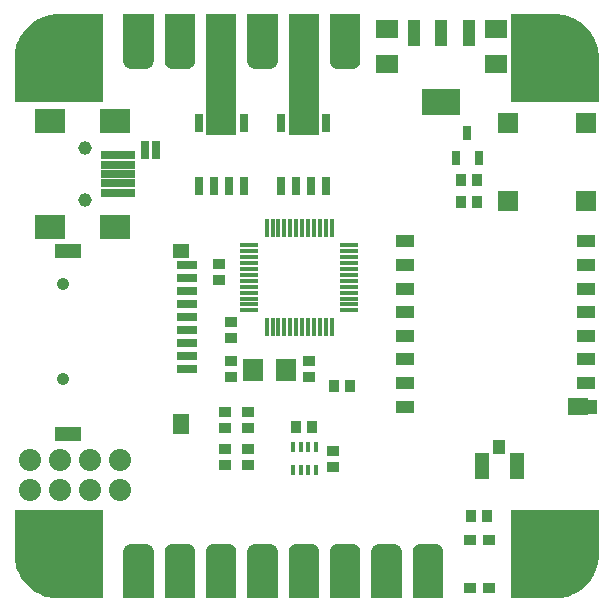
<source format=gbr>
%TF.GenerationSoftware,Altium Limited,Altium Designer,23.11.1 (41)*%
G04 Layer_Color=8388736*
%FSLAX45Y45*%
%MOMM*%
%TF.SameCoordinates,A167E3D1-D2EE-47D6-BB63-3A09D1C29133*%
%TF.FilePolarity,Negative*%
%TF.FileFunction,Soldermask,Top*%
%TF.Part,Single*%
G01*
G75*
%TA.AperFunction,SMDPad,CuDef*%
%ADD56R,1.07000X0.97000*%
%ADD57R,0.77000X1.57000*%
%ADD58R,3.32000X2.22000*%
%ADD59R,1.02000X2.22000*%
%TA.AperFunction,ConnectorPad*%
%ADD60R,1.67000X0.77000*%
%ADD61R,2.27000X1.27000*%
%ADD62R,1.47000X1.67000*%
%ADD63R,1.47000X1.27000*%
%TA.AperFunction,SMDPad,CuDef*%
%ADD64R,0.37000X1.52000*%
%ADD65R,1.52000X0.37000*%
%ADD66R,1.67000X1.87000*%
%ADD67R,1.07000X0.97000*%
%TA.AperFunction,ConnectorPad*%
%ADD68R,1.60580X1.07000*%
%TA.AperFunction,SMDPad,CuDef*%
%ADD69R,0.67000X1.62000*%
%ADD70R,0.42000X0.97000*%
%ADD71R,2.97000X0.67000*%
%ADD72R,2.57000X2.07000*%
%ADD73R,1.12000X1.17000*%
%ADD74R,1.17000X2.32000*%
%ADD75R,0.97000X1.07000*%
%ADD76R,0.67000X1.30000*%
%ADD77R,1.82000X1.82000*%
%ADD78R,1.82000X1.82000*%
%ADD79R,1.87000X1.57000*%
%TA.AperFunction,ComponentPad*%
%ADD80C,1.87000*%
%TA.AperFunction,ViaPad*%
%ADD81C,1.87000*%
%TA.AperFunction,ComponentPad*%
%ADD82C,1.07000*%
%ADD83C,1.17000*%
%TA.AperFunction,WasherPad*%
%ADD84C,0.07000*%
%TA.AperFunction,ViaPad*%
%ADD85C,1.07000*%
G36*
X770000Y4973517D02*
X770686Y4973450D01*
X771346Y4973249D01*
X771954Y4972924D01*
X772487Y4972487D01*
X772924Y4971954D01*
X773249Y4971346D01*
X773450Y4970686D01*
X773517Y4970000D01*
Y4230000D01*
X773450Y4229314D01*
X773249Y4228654D01*
X772924Y4228046D01*
X772487Y4227513D01*
X771954Y4227076D01*
X771346Y4226750D01*
X770686Y4226550D01*
X770000Y4226483D01*
X30000D01*
X29314Y4226550D01*
X28654Y4226750D01*
X28046Y4227076D01*
X27513Y4227513D01*
X27076Y4228046D01*
X26751Y4228654D01*
X26550Y4229314D01*
X26483Y4230000D01*
X26483Y4600000D01*
X26484Y4600003D01*
X26483Y4612113D01*
X26495Y4612228D01*
X26491Y4612343D01*
X28075Y4636516D01*
X28094Y4636629D01*
X28098Y4636745D01*
X31260Y4660763D01*
X31286Y4660875D01*
X31297Y4660990D01*
X36023Y4684749D01*
X36057Y4684860D01*
X36076Y4684974D01*
X42346Y4708373D01*
X42386Y4708481D01*
X42412Y4708594D01*
X50199Y4731533D01*
X50247Y4731638D01*
X50280Y4731748D01*
X59551Y4754129D01*
X59605Y4754232D01*
X59646Y4754339D01*
X70360Y4776066D01*
X70421Y4776164D01*
X70469Y4776269D01*
X82581Y4797248D01*
X82649Y4797342D01*
X82703Y4797444D01*
X96162Y4817587D01*
X96234Y4817675D01*
X96295Y4817773D01*
X111043Y4836993D01*
X111122Y4837077D01*
X111189Y4837170D01*
X127162Y4855384D01*
X127246Y4855463D01*
X127319Y4855552D01*
X144449Y4872682D01*
X144537Y4872754D01*
X144617Y4872839D01*
X162830Y4888812D01*
X162924Y4888879D01*
X163008Y4888958D01*
X182227Y4903705D01*
X182325Y4903766D01*
X182414Y4903839D01*
X202557Y4917298D01*
X202657Y4917352D01*
X202752Y4917419D01*
X223731Y4929532D01*
X223836Y4929579D01*
X223934Y4929640D01*
X245661Y4940355D01*
X245769Y4940395D01*
X245871Y4940450D01*
X268252Y4949720D01*
X268363Y4949754D01*
X268467Y4949801D01*
X291407Y4957588D01*
X291519Y4957614D01*
X291627Y4957655D01*
X315027Y4963925D01*
X315140Y4963944D01*
X315251Y4963977D01*
X339011Y4968704D01*
X339125Y4968715D01*
X339238Y4968741D01*
X363256Y4971903D01*
X363372Y4971907D01*
X363485Y4971926D01*
X387658Y4973510D01*
X387772Y4973506D01*
X387888Y4973518D01*
X400000D01*
X770000Y4973517D01*
D02*
G37*
G36*
X2950686Y4973450D02*
X2951346Y4973250D01*
X2951954Y4972925D01*
X2952487Y4972487D01*
X2952924Y4971954D01*
X2953250Y4971346D01*
X2953450Y4970686D01*
X2953517Y4970000D01*
Y4577500D01*
Y4573404D01*
X2953494Y4573173D01*
X2953487Y4572945D01*
X2952418Y4564822D01*
X2952365Y4564596D01*
X2952328Y4564371D01*
X2950207Y4556457D01*
X2950127Y4556242D01*
X2950060Y4556021D01*
X2946924Y4548452D01*
X2946816Y4548249D01*
X2946721Y4548039D01*
X2942624Y4540944D01*
X2942491Y4540757D01*
X2942369Y4540561D01*
X2937381Y4534062D01*
X2937223Y4533893D01*
X2937078Y4533716D01*
X2931285Y4527923D01*
X2931107Y4527777D01*
X2930939Y4527619D01*
X2924439Y4522632D01*
X2924245Y4522511D01*
X2924056Y4522376D01*
X2916961Y4518280D01*
X2916751Y4518185D01*
X2916548Y4518076D01*
X2908979Y4514941D01*
X2908757Y4514873D01*
X2908544Y4514793D01*
X2900630Y4512672D01*
X2900402Y4512635D01*
X2900179Y4512583D01*
X2892056Y4511513D01*
X2891827Y4511506D01*
X2891596Y4511483D01*
X2758404D01*
X2758173Y4511506D01*
X2757945Y4511513D01*
X2749822Y4512583D01*
X2749596Y4512635D01*
X2749371Y4512672D01*
X2741457Y4514793D01*
X2741242Y4514874D01*
X2741021Y4514941D01*
X2733452Y4518076D01*
X2733250Y4518184D01*
X2733039Y4518280D01*
X2725944Y4522376D01*
X2725758Y4522510D01*
X2725561Y4522632D01*
X2719062Y4527619D01*
X2718893Y4527778D01*
X2718716Y4527923D01*
X2712923Y4533716D01*
X2712777Y4533894D01*
X2712619Y4534062D01*
X2707632Y4540562D01*
X2707511Y4540756D01*
X2707376Y4540944D01*
X2703280Y4548039D01*
X2703185Y4548249D01*
X2703076Y4548452D01*
X2699941Y4556021D01*
X2699873Y4556243D01*
X2699793Y4556457D01*
X2697673Y4564371D01*
X2697635Y4564598D01*
X2697583Y4564822D01*
X2696513Y4572945D01*
X2696506Y4573173D01*
X2696483Y4573404D01*
Y4577500D01*
Y4577500D01*
Y4970000D01*
X2696551Y4970686D01*
X2696751Y4971346D01*
X2697076Y4971954D01*
X2697513Y4972487D01*
X2698046Y4972925D01*
X2698654Y4973250D01*
X2699314Y4973450D01*
X2700000Y4973517D01*
X2950000D01*
X2950686Y4973450D01*
D02*
G37*
G36*
X2250686D02*
X2251346Y4973250D01*
X2251954Y4972925D01*
X2252487Y4972487D01*
X2252924Y4971954D01*
X2253249Y4971346D01*
X2253450Y4970686D01*
X2253517Y4970000D01*
Y4577500D01*
Y4573404D01*
X2253494Y4573173D01*
X2253487Y4572945D01*
X2252418Y4564822D01*
X2252365Y4564596D01*
X2252328Y4564371D01*
X2250207Y4556457D01*
X2250127Y4556242D01*
X2250060Y4556021D01*
X2246924Y4548452D01*
X2246816Y4548249D01*
X2246721Y4548039D01*
X2242624Y4540944D01*
X2242491Y4540757D01*
X2242369Y4540561D01*
X2237381Y4534062D01*
X2237223Y4533893D01*
X2237078Y4533716D01*
X2231285Y4527923D01*
X2231107Y4527777D01*
X2230939Y4527619D01*
X2224439Y4522632D01*
X2224244Y4522511D01*
X2224056Y4522376D01*
X2216961Y4518280D01*
X2216751Y4518185D01*
X2216548Y4518076D01*
X2208979Y4514941D01*
X2208757Y4514873D01*
X2208543Y4514793D01*
X2200630Y4512672D01*
X2200402Y4512635D01*
X2200178Y4512583D01*
X2192056Y4511513D01*
X2191827Y4511506D01*
X2191596Y4511483D01*
X2058404D01*
X2058173Y4511506D01*
X2057945Y4511513D01*
X2049822Y4512583D01*
X2049596Y4512635D01*
X2049371Y4512672D01*
X2041457Y4514793D01*
X2041242Y4514874D01*
X2041021Y4514941D01*
X2033452Y4518076D01*
X2033249Y4518184D01*
X2033039Y4518280D01*
X2025944Y4522376D01*
X2025757Y4522510D01*
X2025561Y4522632D01*
X2019061Y4527619D01*
X2018893Y4527778D01*
X2018716Y4527923D01*
X2012923Y4533716D01*
X2012777Y4533894D01*
X2012619Y4534062D01*
X2007631Y4540562D01*
X2007511Y4540756D01*
X2007376Y4540944D01*
X2003279Y4548039D01*
X2003184Y4548249D01*
X2003076Y4548452D01*
X1999941Y4556021D01*
X1999873Y4556243D01*
X1999793Y4556457D01*
X1997672Y4564371D01*
X1997635Y4564598D01*
X1997583Y4564822D01*
X1996513Y4572945D01*
X1996506Y4573173D01*
X1996483Y4573404D01*
Y4577500D01*
Y4577500D01*
Y4970000D01*
X1996550Y4970686D01*
X1996751Y4971346D01*
X1997076Y4971954D01*
X1997513Y4972487D01*
X1998046Y4972925D01*
X1998654Y4973250D01*
X1999314Y4973450D01*
X2000000Y4973517D01*
X2250000D01*
X2250686Y4973450D01*
D02*
G37*
G36*
X1550686D02*
X1551346Y4973250D01*
X1551954Y4972925D01*
X1552487Y4972487D01*
X1552925Y4971954D01*
X1553250Y4971346D01*
X1553450Y4970686D01*
X1553517Y4970000D01*
Y4577500D01*
Y4573404D01*
X1553494Y4573173D01*
X1553487Y4572945D01*
X1552418Y4564822D01*
X1552365Y4564596D01*
X1552328Y4564371D01*
X1550207Y4556457D01*
X1550127Y4556242D01*
X1550060Y4556021D01*
X1546924Y4548452D01*
X1546816Y4548249D01*
X1546721Y4548039D01*
X1542624Y4540944D01*
X1542491Y4540757D01*
X1542369Y4540561D01*
X1537381Y4534062D01*
X1537223Y4533893D01*
X1537078Y4533716D01*
X1531285Y4527923D01*
X1531107Y4527777D01*
X1530939Y4527619D01*
X1524439Y4522632D01*
X1524245Y4522511D01*
X1524056Y4522376D01*
X1516961Y4518280D01*
X1516751Y4518185D01*
X1516548Y4518076D01*
X1508979Y4514941D01*
X1508757Y4514873D01*
X1508544Y4514793D01*
X1500630Y4512672D01*
X1500402Y4512635D01*
X1500179Y4512583D01*
X1492056Y4511513D01*
X1491827Y4511506D01*
X1491596Y4511483D01*
X1358404D01*
X1358173Y4511506D01*
X1357945Y4511513D01*
X1349822Y4512583D01*
X1349596Y4512635D01*
X1349371Y4512672D01*
X1341457Y4514793D01*
X1341242Y4514874D01*
X1341021Y4514941D01*
X1333452Y4518076D01*
X1333250Y4518184D01*
X1333039Y4518280D01*
X1325944Y4522376D01*
X1325758Y4522510D01*
X1325561Y4522632D01*
X1319062Y4527619D01*
X1318893Y4527778D01*
X1318716Y4527923D01*
X1312923Y4533716D01*
X1312777Y4533894D01*
X1312619Y4534062D01*
X1307632Y4540562D01*
X1307511Y4540756D01*
X1307376Y4540944D01*
X1303280Y4548039D01*
X1303185Y4548249D01*
X1303076Y4548452D01*
X1299941Y4556021D01*
X1299873Y4556243D01*
X1299793Y4556457D01*
X1297673Y4564371D01*
X1297635Y4564598D01*
X1297583Y4564822D01*
X1296513Y4572945D01*
X1296506Y4573173D01*
X1296483Y4573404D01*
Y4577500D01*
Y4577500D01*
Y4970000D01*
X1296551Y4970686D01*
X1296751Y4971346D01*
X1297076Y4971954D01*
X1297513Y4972487D01*
X1298046Y4972925D01*
X1298654Y4973250D01*
X1299314Y4973450D01*
X1300000Y4973517D01*
X1550000D01*
X1550686Y4973450D01*
D02*
G37*
G36*
X1200687D02*
X1201347Y4973250D01*
X1201955Y4972925D01*
X1202488Y4972487D01*
X1202925Y4971954D01*
X1203250Y4971346D01*
X1203450Y4970686D01*
X1203518Y4970000D01*
X1203517Y4577500D01*
Y4573404D01*
X1203494Y4573173D01*
X1203487Y4572945D01*
X1202418Y4564822D01*
X1202365Y4564596D01*
X1202328Y4564371D01*
X1200207Y4556457D01*
X1200127Y4556242D01*
X1200060Y4556021D01*
X1196924Y4548452D01*
X1196816Y4548249D01*
X1196721Y4548039D01*
X1192624Y4540944D01*
X1192491Y4540757D01*
X1192369Y4540561D01*
X1187381Y4534062D01*
X1187223Y4533893D01*
X1187078Y4533716D01*
X1181285Y4527923D01*
X1181107Y4527777D01*
X1180939Y4527619D01*
X1174439Y4522632D01*
X1174245Y4522511D01*
X1174056Y4522376D01*
X1166961Y4518280D01*
X1166751Y4518185D01*
X1166548Y4518076D01*
X1158979Y4514941D01*
X1158757Y4514873D01*
X1158544Y4514793D01*
X1150630Y4512672D01*
X1150402Y4512635D01*
X1150179Y4512583D01*
X1142056Y4511513D01*
X1141827Y4511506D01*
X1141596Y4511483D01*
X1008404D01*
X1008173Y4511506D01*
X1007945Y4511513D01*
X999822Y4512583D01*
X999596Y4512635D01*
X999371Y4512672D01*
X991457Y4514793D01*
X991242Y4514874D01*
X991021Y4514941D01*
X983452Y4518076D01*
X983249Y4518184D01*
X983039Y4518280D01*
X975944Y4522376D01*
X975758Y4522510D01*
X975561Y4522632D01*
X969062Y4527619D01*
X968893Y4527778D01*
X968716Y4527923D01*
X962923Y4533716D01*
X962777Y4533894D01*
X962619Y4534062D01*
X957632Y4540562D01*
X957511Y4540756D01*
X957376Y4540944D01*
X953280Y4548039D01*
X953185Y4548249D01*
X953076Y4548452D01*
X949941Y4556021D01*
X949873Y4556243D01*
X949793Y4556457D01*
X947672Y4564371D01*
X947635Y4564598D01*
X947583Y4564822D01*
X946513Y4572945D01*
X946506Y4573173D01*
X946483Y4573404D01*
Y4577500D01*
Y4577500D01*
D01*
X946484Y4970000D01*
X946551Y4970686D01*
X946751Y4971346D01*
X947077Y4971954D01*
X947514Y4972487D01*
X948047Y4972925D01*
X948655Y4973250D01*
X949315Y4973450D01*
X950001Y4973517D01*
X1200001D01*
X1200687Y4973450D01*
D02*
G37*
G36*
X4600000Y4973517D02*
X4600003Y4973516D01*
X4612113Y4973517D01*
X4612228Y4973505D01*
X4612343Y4973509D01*
X4636516Y4971925D01*
X4636629Y4971906D01*
X4636745Y4971902D01*
X4660763Y4968740D01*
X4660875Y4968714D01*
X4660990Y4968703D01*
X4684749Y4963977D01*
X4684860Y4963943D01*
X4684974Y4963924D01*
X4708373Y4957654D01*
X4708481Y4957614D01*
X4708594Y4957587D01*
X4731533Y4949801D01*
X4731638Y4949753D01*
X4731748Y4949720D01*
X4754129Y4940449D01*
X4754232Y4940394D01*
X4754339Y4940354D01*
X4776066Y4929640D01*
X4776164Y4929579D01*
X4776269Y4929531D01*
X4797248Y4917419D01*
X4797342Y4917351D01*
X4797444Y4917297D01*
X4817587Y4903838D01*
X4817675Y4903766D01*
X4817773Y4903704D01*
X4836993Y4888957D01*
X4837077Y4888878D01*
X4837170Y4888811D01*
X4855384Y4872838D01*
X4855463Y4872754D01*
X4855552Y4872681D01*
X4872682Y4855551D01*
X4872754Y4855463D01*
X4872839Y4855383D01*
X4888812Y4837170D01*
X4888879Y4837076D01*
X4888958Y4836992D01*
X4903705Y4817773D01*
X4903766Y4817675D01*
X4903839Y4817586D01*
X4917298Y4797443D01*
X4917352Y4797343D01*
X4917419Y4797248D01*
X4929532Y4776269D01*
X4929579Y4776163D01*
X4929640Y4776066D01*
X4940355Y4754338D01*
X4940395Y4754231D01*
X4940450Y4754129D01*
X4949720Y4731748D01*
X4949754Y4731637D01*
X4949801Y4731533D01*
X4957588Y4708593D01*
X4957614Y4708481D01*
X4957655Y4708373D01*
X4963925Y4684973D01*
X4963944Y4684860D01*
X4963977Y4684749D01*
X4968704Y4660989D01*
X4968715Y4660875D01*
X4968741Y4660762D01*
X4971903Y4636744D01*
X4971907Y4636628D01*
X4971926Y4636515D01*
X4973510Y4612342D01*
X4973506Y4612228D01*
X4973518Y4612112D01*
Y4600000D01*
X4973517Y4230000D01*
X4973450Y4229314D01*
X4973249Y4228654D01*
X4972924Y4228046D01*
X4972487Y4227513D01*
X4971954Y4227076D01*
X4971346Y4226750D01*
X4970686Y4226550D01*
X4970000Y4226483D01*
X4230000D01*
X4229314Y4226550D01*
X4228654Y4226750D01*
X4228046Y4227076D01*
X4227513Y4227513D01*
X4227076Y4228046D01*
X4226750Y4228654D01*
X4226550Y4229314D01*
X4226483Y4230000D01*
Y4970000D01*
X4226550Y4970686D01*
X4226750Y4971346D01*
X4227076Y4971954D01*
X4227513Y4972487D01*
X4228046Y4972924D01*
X4228654Y4973249D01*
X4229314Y4973450D01*
X4230000Y4973517D01*
X4600000Y4973517D01*
D02*
G37*
G36*
X2600687Y4973450D02*
X2601347Y4973250D01*
X2601955Y4972925D01*
X2602488Y4972487D01*
X2602925Y4971954D01*
X2603250Y4971346D01*
X2603450Y4970686D01*
X2603518Y4970000D01*
X2603517Y4577500D01*
Y4573404D01*
D01*
X2603516Y3957205D01*
X2603448Y3956519D01*
X2603327Y3956119D01*
X2603249Y3955860D01*
X2603248Y3955859D01*
D01*
X2602923Y3955251D01*
X2602486Y3954718D01*
X2602141Y3954435D01*
X2601953Y3954281D01*
X2601345Y3953956D01*
D01*
X2601345Y3953956D01*
X2601086Y3953877D01*
X2600685Y3953755D01*
X2599999Y3953688D01*
X2568500Y3953683D01*
X2568500D01*
X2568500D01*
X2381499Y3953693D01*
D01*
X2350000Y3953694D01*
X2349314Y3953761D01*
X2348654Y3953961D01*
X2348046Y3954286D01*
X2347513Y3954724D01*
X2347076Y3955257D01*
X2346751Y3955865D01*
X2346551Y3956525D01*
X2346483Y3957211D01*
Y4573404D01*
Y4577500D01*
Y4577500D01*
D01*
X2346484Y4970000D01*
X2346551Y4970686D01*
X2346751Y4971346D01*
X2347077Y4971954D01*
X2347514Y4972487D01*
X2348047Y4972925D01*
X2348655Y4973250D01*
X2349315Y4973450D01*
X2350001Y4973517D01*
X2600001D01*
X2600687Y4973450D01*
D02*
G37*
G36*
X1900687D02*
X1901347Y4973250D01*
X1901955Y4972925D01*
X1902488Y4972487D01*
X1902925Y4971954D01*
X1903250Y4971346D01*
X1903450Y4970686D01*
X1903518Y4970000D01*
X1903517Y4577503D01*
X1903517Y4577500D01*
X1903515Y3957200D01*
X1903448Y3956514D01*
X1903248Y3955854D01*
X1902923Y3955246D01*
X1902485Y3954713D01*
X1901952Y3954275D01*
X1901344Y3953950D01*
X1900684Y3953750D01*
X1899998Y3953682D01*
X1868500Y3953683D01*
X1681500Y3953686D01*
X1650000Y3953686D01*
X1649314Y3953754D01*
X1648654Y3953954D01*
X1648046Y3954279D01*
X1647513Y3954716D01*
X1647076Y3955249D01*
X1646751Y3955857D01*
X1646551Y3956517D01*
X1646483Y3957203D01*
Y4573401D01*
X1646483Y4573404D01*
Y4577500D01*
Y4577500D01*
D01*
X1646484Y4970000D01*
X1646551Y4970686D01*
X1646751Y4971346D01*
X1647076Y4971954D01*
X1647514Y4972487D01*
X1648047Y4972925D01*
X1648655Y4973250D01*
X1649315Y4973450D01*
X1650001Y4973517D01*
X1900001D01*
X1900687Y4973450D01*
D02*
G37*
G36*
X4882380Y1710000D02*
X4955000D01*
Y1590000D01*
X4882380D01*
Y1576500D01*
X4708800D01*
Y1723500D01*
X4882380D01*
Y1710000D01*
D02*
G37*
G36*
X4970686Y773450D02*
X4971346Y773249D01*
X4971954Y772924D01*
X4972487Y772487D01*
X4972924Y771954D01*
X4973249Y771346D01*
X4973450Y770686D01*
X4973517Y770000D01*
X4973517Y400000D01*
X4973516Y399997D01*
X4973517Y387887D01*
X4973505Y387772D01*
X4973509Y387657D01*
X4971925Y363484D01*
X4971906Y363371D01*
X4971902Y363255D01*
X4968740Y339237D01*
X4968714Y339125D01*
X4968703Y339010D01*
X4963977Y315251D01*
X4963943Y315140D01*
X4963924Y315026D01*
X4957654Y291627D01*
X4957614Y291519D01*
X4957587Y291406D01*
X4949801Y268467D01*
X4949753Y268362D01*
X4949720Y268251D01*
X4940449Y245870D01*
X4940394Y245768D01*
X4940354Y245661D01*
X4929640Y223934D01*
X4929579Y223836D01*
X4929531Y223731D01*
X4917419Y202751D01*
X4917351Y202657D01*
X4917297Y202556D01*
X4903838Y182413D01*
X4903766Y182325D01*
X4903704Y182226D01*
X4888957Y163007D01*
X4888878Y162923D01*
X4888811Y162829D01*
X4872838Y144616D01*
X4872754Y144537D01*
X4872681Y144448D01*
X4855551Y127318D01*
X4855463Y127246D01*
X4855383Y127161D01*
X4837170Y111188D01*
X4837076Y111121D01*
X4836992Y111042D01*
X4817773Y96295D01*
X4817675Y96234D01*
X4817586Y96161D01*
X4797443Y82702D01*
X4797343Y82648D01*
X4797248Y82580D01*
X4776269Y70468D01*
X4776163Y70420D01*
X4776066Y70360D01*
X4754338Y59645D01*
X4754231Y59605D01*
X4754129Y59550D01*
X4731748Y50280D01*
X4731637Y50246D01*
X4731533Y50199D01*
X4708593Y42412D01*
X4708481Y42385D01*
X4708373Y42345D01*
X4684973Y36075D01*
X4684860Y36056D01*
X4684749Y36023D01*
X4660989Y31296D01*
X4660875Y31285D01*
X4660762Y31259D01*
X4636744Y28097D01*
X4636628Y28093D01*
X4636515Y28074D01*
X4612342Y26490D01*
X4612228Y26494D01*
X4612112Y26482D01*
X4600000D01*
X4230000Y26483D01*
X4229314Y26550D01*
X4228654Y26751D01*
X4228046Y27076D01*
X4227513Y27513D01*
X4227076Y28046D01*
X4226750Y28654D01*
X4226550Y29314D01*
X4226483Y30000D01*
Y770000D01*
X4226550Y770686D01*
X4226750Y771346D01*
X4227076Y771954D01*
X4227513Y772487D01*
X4228046Y772924D01*
X4228654Y773249D01*
X4229314Y773450D01*
X4230000Y773517D01*
X4970000D01*
X4970686Y773450D01*
D02*
G37*
G36*
X3591828Y488495D02*
X3592057Y488488D01*
X3600179Y487419D01*
X3600406Y487366D01*
X3600631Y487329D01*
X3608544Y485208D01*
X3608759Y485128D01*
X3608980Y485060D01*
X3616549Y481925D01*
X3616752Y481817D01*
X3616962Y481722D01*
X3624057Y477625D01*
X3624244Y477492D01*
X3624440Y477370D01*
X3630940Y472382D01*
X3631109Y472224D01*
X3631285Y472079D01*
X3637079Y466286D01*
X3637225Y466108D01*
X3637382Y465940D01*
X3642370Y459440D01*
X3642490Y459245D01*
X3642625Y459057D01*
X3646722Y451962D01*
X3646817Y451752D01*
X3646925Y451549D01*
X3650061Y443980D01*
X3650128Y443758D01*
X3650208Y443544D01*
X3652329Y435631D01*
X3652366Y435403D01*
X3652418Y435179D01*
X3653488Y427057D01*
X3653495Y426828D01*
X3653518Y426597D01*
Y422501D01*
X3653517Y30001D01*
X3653450Y29315D01*
X3653250Y28655D01*
X3652925Y28047D01*
X3652487Y27514D01*
X3651954Y27077D01*
X3651346Y26752D01*
X3650686Y26551D01*
X3650000Y26484D01*
X3400000D01*
X3399314Y26551D01*
X3398654Y26752D01*
X3398046Y27077D01*
X3397513Y27514D01*
X3397076Y28047D01*
X3396751Y28655D01*
X3396551Y29315D01*
X3396483Y30001D01*
X3396484Y422501D01*
Y426597D01*
X3396507Y426828D01*
X3396514Y427057D01*
X3397584Y435179D01*
X3397636Y435406D01*
X3397673Y435631D01*
X3399794Y443544D01*
X3399875Y443759D01*
X3399942Y443980D01*
X3403077Y451549D01*
X3403185Y451752D01*
X3403280Y451962D01*
X3407377Y459057D01*
X3407511Y459244D01*
X3407633Y459440D01*
X3412620Y465940D01*
X3412779Y466109D01*
X3412924Y466285D01*
X3418717Y472079D01*
X3418895Y472225D01*
X3419063Y472382D01*
X3425563Y477370D01*
X3425757Y477490D01*
X3425945Y477625D01*
X3433040Y481722D01*
X3433250Y481817D01*
X3433453Y481925D01*
X3441022Y485060D01*
X3441244Y485128D01*
X3441458Y485208D01*
X3449372Y487329D01*
X3449599Y487366D01*
X3449823Y487418D01*
X3457946Y488488D01*
X3458174Y488495D01*
X3458405Y488518D01*
X3591597D01*
X3591828Y488495D01*
D02*
G37*
G36*
X3241828D02*
X3242057Y488488D01*
X3250179Y487419D01*
X3250405Y487366D01*
X3250631Y487329D01*
X3258544Y485208D01*
X3258759Y485128D01*
X3258980Y485060D01*
X3266549Y481925D01*
X3266752Y481817D01*
X3266962Y481722D01*
X3274057Y477625D01*
X3274244Y477492D01*
X3274440Y477370D01*
X3280940Y472382D01*
X3281108Y472224D01*
X3281285Y472079D01*
X3287079Y466286D01*
X3287225Y466108D01*
X3287382Y465940D01*
X3292370Y459440D01*
X3292490Y459245D01*
X3292625Y459057D01*
X3296722Y451962D01*
X3296817Y451752D01*
X3296925Y451549D01*
X3300060Y443980D01*
X3300128Y443758D01*
X3300208Y443544D01*
X3302329Y435631D01*
X3302366Y435403D01*
X3302418Y435179D01*
X3303488Y427057D01*
X3303495Y426828D01*
X3303518Y426597D01*
Y422501D01*
Y30001D01*
X3303451Y29315D01*
X3303250Y28655D01*
X3302925Y28047D01*
X3302488Y27514D01*
X3301955Y27077D01*
X3301347Y26752D01*
X3300687Y26551D01*
X3300001Y26484D01*
X3050001D01*
X3049315Y26551D01*
X3048655Y26752D01*
X3048047Y27077D01*
X3047514Y27514D01*
X3047077Y28047D01*
X3046752Y28655D01*
X3046551Y29315D01*
X3046484Y30001D01*
Y422501D01*
Y426597D01*
X3046507Y426828D01*
X3046514Y427057D01*
X3047583Y435179D01*
X3047636Y435406D01*
X3047673Y435631D01*
X3049794Y443544D01*
X3049875Y443759D01*
X3049942Y443980D01*
X3053077Y451549D01*
X3053185Y451752D01*
X3053280Y451962D01*
X3057377Y459057D01*
X3057511Y459244D01*
X3057632Y459440D01*
X3062620Y465940D01*
X3062778Y466109D01*
X3062924Y466285D01*
X3068716Y472079D01*
X3068895Y472225D01*
X3069062Y472382D01*
X3075563Y477370D01*
X3075757Y477490D01*
X3075945Y477625D01*
X3083040Y481722D01*
X3083250Y481817D01*
X3083453Y481925D01*
X3091022Y485060D01*
X3091244Y485128D01*
X3091458Y485208D01*
X3099371Y487329D01*
X3099599Y487366D01*
X3099823Y487418D01*
X3107946Y488488D01*
X3108174Y488495D01*
X3108405Y488518D01*
X3241597D01*
X3241828Y488495D01*
D02*
G37*
G36*
X2891828D02*
X2892056Y488488D01*
X2900179Y487419D01*
X2900405Y487366D01*
X2900630Y487329D01*
X2908544Y485208D01*
X2908759Y485128D01*
X2908980Y485060D01*
X2916549Y481925D01*
X2916752Y481817D01*
X2916962Y481722D01*
X2924057Y477625D01*
X2924244Y477492D01*
X2924440Y477370D01*
X2930940Y472382D01*
X2931108Y472224D01*
X2931285Y472079D01*
X2937078Y466286D01*
X2937225Y466108D01*
X2937382Y465940D01*
X2942370Y459440D01*
X2942490Y459245D01*
X2942625Y459057D01*
X2946722Y451962D01*
X2946817Y451752D01*
X2946925Y451549D01*
X2950060Y443980D01*
X2950128Y443758D01*
X2950208Y443544D01*
X2952329Y435631D01*
X2952366Y435403D01*
X2952418Y435179D01*
X2953488Y427057D01*
X2953495Y426828D01*
X2953518Y426597D01*
Y422501D01*
X2953517Y30001D01*
X2953450Y29315D01*
X2953250Y28655D01*
X2952924Y28047D01*
X2952487Y27514D01*
X2951954Y27077D01*
X2951346Y26752D01*
X2950686Y26551D01*
X2950000Y26484D01*
X2700000D01*
X2699314Y26551D01*
X2698654Y26752D01*
X2698046Y27077D01*
X2697513Y27514D01*
X2697076Y28047D01*
X2696751Y28655D01*
X2696551Y29315D01*
X2696483Y30001D01*
X2696484Y422501D01*
Y426597D01*
X2696507Y426828D01*
X2696514Y427057D01*
X2697583Y435179D01*
X2697636Y435406D01*
X2697673Y435631D01*
X2699794Y443544D01*
X2699874Y443759D01*
X2699942Y443980D01*
X2703077Y451549D01*
X2703185Y451752D01*
X2703280Y451962D01*
X2707377Y459057D01*
X2707510Y459244D01*
X2707632Y459440D01*
X2712620Y465940D01*
X2712778Y466109D01*
X2712923Y466285D01*
X2718716Y472079D01*
X2718894Y472225D01*
X2719062Y472382D01*
X2725562Y477370D01*
X2725757Y477490D01*
X2725945Y477625D01*
X2733040Y481722D01*
X2733250Y481817D01*
X2733453Y481925D01*
X2741022Y485060D01*
X2741244Y485128D01*
X2741458Y485208D01*
X2749371Y487329D01*
X2749599Y487366D01*
X2749823Y487418D01*
X2757945Y488488D01*
X2758174Y488495D01*
X2758405Y488518D01*
X2891597D01*
X2891828Y488495D01*
D02*
G37*
G36*
X2541828D02*
X2542056Y488488D01*
X2550179Y487419D01*
X2550405Y487366D01*
X2550630Y487329D01*
X2558544Y485208D01*
X2558759Y485128D01*
X2558980Y485060D01*
X2566549Y481925D01*
X2566752Y481817D01*
X2566962Y481722D01*
X2574057Y477625D01*
X2574244Y477492D01*
X2574440Y477370D01*
X2580939Y472382D01*
X2581108Y472224D01*
X2581285Y472079D01*
X2587078Y466286D01*
X2587224Y466108D01*
X2587382Y465940D01*
X2592369Y459440D01*
X2592490Y459245D01*
X2592625Y459057D01*
X2596722Y451962D01*
X2596816Y451752D01*
X2596925Y451549D01*
X2600060Y443980D01*
X2600128Y443758D01*
X2600208Y443544D01*
X2602329Y435631D01*
X2602366Y435403D01*
X2602418Y435179D01*
X2603488Y427057D01*
X2603495Y426828D01*
X2603518Y426597D01*
Y422501D01*
Y30001D01*
X2603450Y29315D01*
X2603250Y28655D01*
X2602925Y28047D01*
X2602488Y27514D01*
X2601955Y27077D01*
X2601347Y26752D01*
X2600687Y26551D01*
X2600001Y26484D01*
X2350001D01*
X2349315Y26551D01*
X2348655Y26752D01*
X2348047Y27077D01*
X2347514Y27514D01*
X2347077Y28047D01*
X2346751Y28655D01*
X2346551Y29315D01*
X2346484Y30001D01*
Y422501D01*
Y426597D01*
X2346507Y426828D01*
X2346514Y427057D01*
X2347583Y435179D01*
X2347636Y435406D01*
X2347673Y435631D01*
X2349794Y443544D01*
X2349874Y443759D01*
X2349941Y443980D01*
X2353077Y451549D01*
X2353185Y451752D01*
X2353280Y451962D01*
X2357377Y459057D01*
X2357510Y459244D01*
X2357632Y459440D01*
X2362620Y465940D01*
X2362778Y466109D01*
X2362923Y466285D01*
X2368716Y472079D01*
X2368894Y472225D01*
X2369062Y472382D01*
X2375562Y477370D01*
X2375756Y477490D01*
X2375945Y477625D01*
X2383040Y481722D01*
X2383250Y481817D01*
X2383453Y481925D01*
X2391022Y485060D01*
X2391244Y485128D01*
X2391457Y485208D01*
X2399371Y487329D01*
X2399599Y487366D01*
X2399822Y487418D01*
X2407945Y488488D01*
X2408174Y488495D01*
X2408405Y488518D01*
X2541597D01*
X2541828Y488495D01*
D02*
G37*
G36*
X2191828D02*
X2192057Y488488D01*
X2200179Y487419D01*
X2200406Y487366D01*
X2200631Y487329D01*
X2208544Y485208D01*
X2208759Y485128D01*
X2208980Y485060D01*
X2216549Y481925D01*
X2216752Y481817D01*
X2216962Y481722D01*
X2224057Y477625D01*
X2224244Y477492D01*
X2224440Y477370D01*
X2230940Y472382D01*
X2231109Y472224D01*
X2231285Y472079D01*
X2237079Y466286D01*
X2237225Y466108D01*
X2237382Y465940D01*
X2242370Y459440D01*
X2242490Y459245D01*
X2242625Y459057D01*
X2246722Y451962D01*
X2246817Y451752D01*
X2246925Y451549D01*
X2250061Y443980D01*
X2250128Y443758D01*
X2250208Y443544D01*
X2252329Y435631D01*
X2252366Y435403D01*
X2252418Y435179D01*
X2253488Y427057D01*
X2253495Y426828D01*
X2253518Y426597D01*
Y422501D01*
X2253517Y30001D01*
X2253450Y29315D01*
X2253250Y28655D01*
X2252925Y28047D01*
X2252487Y27514D01*
X2251954Y27077D01*
X2251346Y26752D01*
X2250686Y26551D01*
X2250000Y26484D01*
X2000000D01*
X1999314Y26551D01*
X1998654Y26752D01*
X1998046Y27077D01*
X1997513Y27514D01*
X1997076Y28047D01*
X1996751Y28655D01*
X1996551Y29315D01*
X1996483Y30001D01*
X1996484Y422501D01*
Y426597D01*
X1996507Y426828D01*
X1996514Y427057D01*
X1997584Y435179D01*
X1997636Y435406D01*
X1997673Y435631D01*
X1999794Y443544D01*
X1999875Y443759D01*
X1999942Y443980D01*
X2003077Y451549D01*
X2003185Y451752D01*
X2003280Y451962D01*
X2007377Y459057D01*
X2007511Y459244D01*
X2007633Y459440D01*
X2012620Y465940D01*
X2012779Y466109D01*
X2012924Y466285D01*
X2018717Y472079D01*
X2018895Y472225D01*
X2019063Y472382D01*
X2025563Y477370D01*
X2025757Y477490D01*
X2025945Y477625D01*
X2033040Y481722D01*
X2033250Y481817D01*
X2033453Y481925D01*
X2041022Y485060D01*
X2041244Y485128D01*
X2041458Y485208D01*
X2049372Y487329D01*
X2049599Y487366D01*
X2049823Y487418D01*
X2057946Y488488D01*
X2058174Y488495D01*
X2058405Y488518D01*
X2191597D01*
X2191828Y488495D01*
D02*
G37*
G36*
X1841828D02*
X1842057Y488488D01*
X1850179Y487419D01*
X1850405Y487366D01*
X1850631Y487329D01*
X1858544Y485208D01*
X1858759Y485128D01*
X1858980Y485060D01*
X1866549Y481925D01*
X1866752Y481817D01*
X1866962Y481722D01*
X1874057Y477625D01*
X1874244Y477492D01*
X1874440Y477370D01*
X1880940Y472382D01*
X1881109Y472224D01*
X1881285Y472079D01*
X1887079Y466286D01*
X1887225Y466108D01*
X1887382Y465940D01*
X1892370Y459440D01*
X1892490Y459245D01*
X1892625Y459057D01*
X1896722Y451962D01*
X1896817Y451752D01*
X1896925Y451549D01*
X1900060Y443980D01*
X1900128Y443758D01*
X1900208Y443544D01*
X1902329Y435631D01*
X1902366Y435403D01*
X1902418Y435179D01*
X1903488Y427057D01*
X1903495Y426828D01*
X1903518Y426597D01*
Y422501D01*
Y30001D01*
X1903451Y29315D01*
X1903250Y28655D01*
X1902925Y28047D01*
X1902488Y27514D01*
X1901955Y27077D01*
X1901347Y26752D01*
X1900687Y26551D01*
X1900001Y26484D01*
X1650001D01*
X1649315Y26551D01*
X1648655Y26752D01*
X1648047Y27077D01*
X1647514Y27514D01*
X1647077Y28047D01*
X1646752Y28655D01*
X1646551Y29315D01*
X1646484Y30001D01*
Y422501D01*
Y426597D01*
X1646507Y426828D01*
X1646514Y427057D01*
X1647583Y435179D01*
X1647636Y435406D01*
X1647673Y435631D01*
X1649794Y443544D01*
X1649875Y443759D01*
X1649942Y443980D01*
X1653077Y451549D01*
X1653185Y451752D01*
X1653280Y451962D01*
X1657377Y459057D01*
X1657511Y459244D01*
X1657632Y459440D01*
X1662620Y465940D01*
X1662778Y466109D01*
X1662924Y466285D01*
X1668717Y472079D01*
X1668895Y472225D01*
X1669062Y472382D01*
X1675563Y477370D01*
X1675757Y477490D01*
X1675945Y477625D01*
X1683040Y481722D01*
X1683250Y481817D01*
X1683453Y481925D01*
X1691022Y485060D01*
X1691244Y485128D01*
X1691458Y485208D01*
X1699372Y487329D01*
X1699599Y487366D01*
X1699823Y487418D01*
X1707946Y488488D01*
X1708174Y488495D01*
X1708405Y488518D01*
X1841597D01*
X1841828Y488495D01*
D02*
G37*
G36*
X1491828D02*
X1492056Y488488D01*
X1500179Y487419D01*
X1500405Y487366D01*
X1500630Y487329D01*
X1508544Y485208D01*
X1508759Y485128D01*
X1508980Y485060D01*
X1516549Y481925D01*
X1516752Y481817D01*
X1516962Y481722D01*
X1524057Y477625D01*
X1524244Y477492D01*
X1524440Y477370D01*
X1530940Y472382D01*
X1531108Y472224D01*
X1531285Y472079D01*
X1537078Y466286D01*
X1537225Y466108D01*
X1537382Y465940D01*
X1542370Y459440D01*
X1542490Y459245D01*
X1542625Y459057D01*
X1546722Y451962D01*
X1546817Y451752D01*
X1546925Y451549D01*
X1550060Y443980D01*
X1550128Y443758D01*
X1550208Y443544D01*
X1552329Y435631D01*
X1552366Y435403D01*
X1552418Y435179D01*
X1553488Y427057D01*
X1553495Y426828D01*
X1553518Y426597D01*
Y422501D01*
X1553517Y30001D01*
X1553450Y29315D01*
X1553250Y28655D01*
X1552925Y28047D01*
X1552487Y27514D01*
X1551954Y27077D01*
X1551346Y26752D01*
X1550686Y26551D01*
X1550000Y26484D01*
X1300000D01*
X1299314Y26551D01*
X1298654Y26752D01*
X1298046Y27077D01*
X1297513Y27514D01*
X1297076Y28047D01*
X1296751Y28655D01*
X1296551Y29315D01*
X1296483Y30001D01*
X1296484Y422501D01*
Y426597D01*
X1296507Y426828D01*
X1296514Y427057D01*
X1297583Y435179D01*
X1297636Y435406D01*
X1297673Y435631D01*
X1299794Y443544D01*
X1299874Y443759D01*
X1299942Y443980D01*
X1303077Y451549D01*
X1303185Y451752D01*
X1303280Y451962D01*
X1307377Y459057D01*
X1307510Y459244D01*
X1307632Y459440D01*
X1312620Y465940D01*
X1312778Y466109D01*
X1312923Y466285D01*
X1318716Y472079D01*
X1318894Y472225D01*
X1319062Y472382D01*
X1325563Y477370D01*
X1325757Y477490D01*
X1325945Y477625D01*
X1333040Y481722D01*
X1333250Y481817D01*
X1333453Y481925D01*
X1341022Y485060D01*
X1341244Y485128D01*
X1341458Y485208D01*
X1349371Y487329D01*
X1349599Y487366D01*
X1349823Y487418D01*
X1357945Y488488D01*
X1358174Y488495D01*
X1358405Y488518D01*
X1491597D01*
X1491828Y488495D01*
D02*
G37*
G36*
X1141828D02*
X1142056Y488488D01*
X1150179Y487419D01*
X1150405Y487366D01*
X1150630Y487329D01*
X1158544Y485208D01*
X1158759Y485128D01*
X1158980Y485060D01*
X1166549Y481925D01*
X1166752Y481817D01*
X1166962Y481722D01*
X1174057Y477625D01*
X1174244Y477492D01*
X1174440Y477370D01*
X1180939Y472382D01*
X1181108Y472224D01*
X1181285Y472079D01*
X1187078Y466286D01*
X1187224Y466108D01*
X1187382Y465940D01*
X1192369Y459440D01*
X1192490Y459245D01*
X1192625Y459057D01*
X1196722Y451962D01*
X1196817Y451752D01*
X1196925Y451549D01*
X1200060Y443980D01*
X1200128Y443758D01*
X1200208Y443544D01*
X1202329Y435631D01*
X1202366Y435403D01*
X1202418Y435179D01*
X1203488Y427057D01*
X1203495Y426828D01*
X1203518Y426597D01*
Y422501D01*
Y30001D01*
X1203450Y29315D01*
X1203250Y28655D01*
X1202925Y28047D01*
X1202488Y27514D01*
X1201955Y27077D01*
X1201347Y26752D01*
X1200687Y26551D01*
X1200001Y26484D01*
X950001D01*
X949315Y26551D01*
X948655Y26752D01*
X948047Y27077D01*
X947514Y27514D01*
X947077Y28047D01*
X946751Y28655D01*
X946551Y29315D01*
X946484Y30001D01*
Y422501D01*
Y426597D01*
X946507Y426828D01*
X946514Y427057D01*
X947583Y435179D01*
X947636Y435406D01*
X947673Y435631D01*
X949794Y443544D01*
X949874Y443759D01*
X949941Y443980D01*
X953077Y451549D01*
X953185Y451752D01*
X953280Y451962D01*
X957377Y459057D01*
X957510Y459244D01*
X957632Y459440D01*
X962620Y465940D01*
X962778Y466109D01*
X962923Y466285D01*
X968716Y472079D01*
X968894Y472225D01*
X969062Y472382D01*
X975562Y477370D01*
X975756Y477490D01*
X975945Y477625D01*
X983040Y481722D01*
X983250Y481817D01*
X983453Y481925D01*
X991022Y485060D01*
X991244Y485128D01*
X991458Y485208D01*
X999371Y487329D01*
X999599Y487366D01*
X999822Y487418D01*
X1007945Y488488D01*
X1008174Y488495D01*
X1008405Y488518D01*
X1141597D01*
X1141828Y488495D01*
D02*
G37*
G36*
X770686Y773450D02*
X771346Y773249D01*
X771954Y772924D01*
X772487Y772487D01*
X772924Y771954D01*
X773249Y771346D01*
X773450Y770686D01*
X773517Y770000D01*
Y30000D01*
X773450Y29314D01*
X773249Y28654D01*
X772924Y28046D01*
X772487Y27513D01*
X771954Y27076D01*
X771346Y26751D01*
X770686Y26550D01*
X770000Y26483D01*
X400000Y26483D01*
X399997Y26484D01*
X387887Y26483D01*
X387772Y26495D01*
X387657Y26491D01*
X363484Y28075D01*
X363371Y28094D01*
X363255Y28098D01*
X339237Y31260D01*
X339125Y31286D01*
X339010Y31297D01*
X315251Y36023D01*
X315140Y36057D01*
X315026Y36076D01*
X291627Y42346D01*
X291519Y42386D01*
X291406Y42412D01*
X268467Y50199D01*
X268362Y50247D01*
X268251Y50280D01*
X245870Y59551D01*
X245768Y59605D01*
X245661Y59646D01*
X223934Y70360D01*
X223836Y70421D01*
X223731Y70469D01*
X202751Y82581D01*
X202657Y82649D01*
X202556Y82703D01*
X182413Y96162D01*
X182325Y96234D01*
X182226Y96295D01*
X163007Y111043D01*
X162923Y111122D01*
X162829Y111189D01*
X144616Y127162D01*
X144537Y127246D01*
X144448Y127319D01*
X127318Y144449D01*
X127246Y144537D01*
X127161Y144617D01*
X111188Y162830D01*
X111121Y162924D01*
X111042Y163008D01*
X96295Y182227D01*
X96234Y182325D01*
X96161Y182414D01*
X82702Y202557D01*
X82648Y202657D01*
X82580Y202752D01*
X70468Y223731D01*
X70420Y223836D01*
X70360Y223934D01*
X59645Y245661D01*
X59605Y245769D01*
X59550Y245871D01*
X50280Y268252D01*
X50246Y268363D01*
X50199Y268467D01*
X42412Y291407D01*
X42385Y291519D01*
X42345Y291627D01*
X36075Y315027D01*
X36056Y315140D01*
X36023Y315251D01*
X31296Y339011D01*
X31285Y339125D01*
X31259Y339238D01*
X28097Y363256D01*
X28093Y363372D01*
X28074Y363485D01*
X26490Y387658D01*
X26494Y387772D01*
X26482Y387888D01*
Y400000D01*
X26483Y770000D01*
X26550Y770686D01*
X26751Y771346D01*
X27076Y771954D01*
X27513Y772487D01*
X28046Y772924D01*
X28654Y773249D01*
X29314Y773450D01*
X30000Y773517D01*
X770000D01*
X770686Y773450D01*
D02*
G37*
D56*
X1855000Y2367500D02*
D03*
Y2232500D02*
D03*
X2515000Y2037500D02*
D03*
Y1902500D02*
D03*
X1855000Y2037500D02*
D03*
Y1902500D02*
D03*
X1760000Y2722500D02*
D03*
Y2857500D02*
D03*
X1807500Y1152500D02*
D03*
Y1287500D02*
D03*
X2000000Y1607500D02*
D03*
Y1472500D02*
D03*
X1807500Y1605000D02*
D03*
Y1470000D02*
D03*
X2000000Y1152500D02*
D03*
Y1287500D02*
D03*
X2720000Y1277500D02*
D03*
Y1142500D02*
D03*
D57*
X1132000Y3825000D02*
D03*
X1220000D02*
D03*
D58*
X3640000Y4230000D02*
D03*
D59*
X3410000Y4810000D02*
D03*
X3640000D02*
D03*
X3870000D02*
D03*
D60*
X1485000Y1965000D02*
D03*
Y2845000D02*
D03*
Y2735000D02*
D03*
Y2625000D02*
D03*
Y2515000D02*
D03*
Y2405000D02*
D03*
Y2295000D02*
D03*
Y2185000D02*
D03*
Y2075000D02*
D03*
D61*
X475000Y1415000D02*
D03*
Y2965000D02*
D03*
D62*
X1435000Y1505000D02*
D03*
D63*
Y2965000D02*
D03*
D64*
X2160000Y2320000D02*
D03*
X2210000D02*
D03*
X2260000D02*
D03*
X2310000D02*
D03*
X2360000D02*
D03*
X2410000D02*
D03*
X2460000D02*
D03*
X2510000D02*
D03*
X2560000D02*
D03*
X2660000D02*
D03*
X2710000D02*
D03*
X2610000D02*
D03*
X2710000Y3160000D02*
D03*
X2660000D02*
D03*
X2610000D02*
D03*
X2560000D02*
D03*
X2510000D02*
D03*
X2460000D02*
D03*
X2410000D02*
D03*
X2360000D02*
D03*
X2310000D02*
D03*
X2210000D02*
D03*
X2160000D02*
D03*
X2260000D02*
D03*
D65*
X2855000Y2465000D02*
D03*
Y2515000D02*
D03*
Y2565000D02*
D03*
Y2615000D02*
D03*
Y2665000D02*
D03*
Y2715000D02*
D03*
Y2765000D02*
D03*
Y2815000D02*
D03*
Y2865000D02*
D03*
Y2915000D02*
D03*
Y2965000D02*
D03*
Y3015000D02*
D03*
X2015000D02*
D03*
Y2965000D02*
D03*
Y2915000D02*
D03*
Y2865000D02*
D03*
Y2815000D02*
D03*
Y2765000D02*
D03*
Y2715000D02*
D03*
Y2665000D02*
D03*
Y2615000D02*
D03*
Y2565000D02*
D03*
Y2515000D02*
D03*
Y2465000D02*
D03*
D66*
X2047500Y1960000D02*
D03*
X2322500D02*
D03*
D67*
X3880000Y115000D02*
D03*
Y525000D02*
D03*
X4040000Y115000D02*
D03*
Y525000D02*
D03*
D68*
X3331790Y1650000D02*
D03*
Y1850000D02*
D03*
Y2050000D02*
D03*
Y2250000D02*
D03*
Y2450000D02*
D03*
Y2650000D02*
D03*
Y2850000D02*
D03*
Y3050000D02*
D03*
X4868210D02*
D03*
Y2850000D02*
D03*
Y2650000D02*
D03*
Y2450000D02*
D03*
Y2250000D02*
D03*
Y2050000D02*
D03*
Y1850000D02*
D03*
D69*
X1965500Y4054700D02*
D03*
X1838500D02*
D03*
X1711500D02*
D03*
X1584500D02*
D03*
X1965500Y3514700D02*
D03*
X1838500D02*
D03*
X1711500D02*
D03*
X1584500D02*
D03*
X2284500D02*
D03*
X2411500D02*
D03*
X2538500D02*
D03*
X2665500D02*
D03*
X2284500Y4054700D02*
D03*
X2411500D02*
D03*
X2538500D02*
D03*
X2665500D02*
D03*
D70*
X2512500Y1310000D02*
D03*
X2447500D02*
D03*
X2577500D02*
D03*
X2382500D02*
D03*
Y1110000D02*
D03*
X2447500D02*
D03*
X2512500D02*
D03*
X2577500D02*
D03*
D71*
X898000Y3780000D02*
D03*
Y3700000D02*
D03*
Y3620000D02*
D03*
Y3540000D02*
D03*
Y3460000D02*
D03*
D72*
X328000Y3175000D02*
D03*
Y4065000D02*
D03*
X878000Y3175000D02*
D03*
Y4065000D02*
D03*
D73*
X4130000Y1305000D02*
D03*
D74*
X3982500Y1150000D02*
D03*
X4277500D02*
D03*
D75*
X3937500Y3570000D02*
D03*
X3802500D02*
D03*
Y3380000D02*
D03*
X3937500D02*
D03*
X4027500Y720000D02*
D03*
X3892500D02*
D03*
X2732600Y1824000D02*
D03*
X2867600D02*
D03*
X2412500Y1480000D02*
D03*
X2547500D02*
D03*
D76*
X3955000Y3754000D02*
D03*
X3860000Y3966000D02*
D03*
X3765000Y3754000D02*
D03*
D77*
X4862500Y4049100D02*
D03*
X4207500Y3394100D02*
D03*
D78*
X4862500D02*
D03*
X4207500Y4049100D02*
D03*
D79*
X3180000Y4555000D02*
D03*
Y4845000D02*
D03*
X4100000Y4555000D02*
D03*
Y4845000D02*
D03*
D80*
X160000Y1200000D02*
D03*
X414000D02*
D03*
X668000D02*
D03*
Y946000D02*
D03*
X414000D02*
D03*
D81*
X922000Y1200000D02*
D03*
Y946000D02*
D03*
X160000D02*
D03*
D82*
X435000Y1885000D02*
D03*
Y2685000D02*
D03*
D83*
X620000Y3840000D02*
D03*
Y3400000D02*
D03*
D84*
X4700000Y1370000D02*
D03*
Y930000D02*
D03*
D85*
X4600000Y150000D02*
D03*
X4776777Y223223D02*
D03*
X4423223D02*
D03*
X4850000Y400000D02*
D03*
X4350000D02*
D03*
X4776777Y576777D02*
D03*
X4423223D02*
D03*
X4600000Y650000D02*
D03*
X150000Y400000D02*
D03*
X223223Y223223D02*
D03*
Y576777D02*
D03*
X400000Y150000D02*
D03*
Y650000D02*
D03*
X576777Y223223D02*
D03*
Y576777D02*
D03*
X650000Y400000D02*
D03*
X400000Y4850000D02*
D03*
X223223Y4776777D02*
D03*
X576777D02*
D03*
X150000Y4600000D02*
D03*
X650000D02*
D03*
X223223Y4423223D02*
D03*
X576777D02*
D03*
X400000Y4350000D02*
D03*
X4850000Y4600000D02*
D03*
X4776777Y4776777D02*
D03*
Y4423223D02*
D03*
X4600000Y4850000D02*
D03*
Y4350000D02*
D03*
X4423223Y4776777D02*
D03*
Y4423223D02*
D03*
X4350000Y4600000D02*
D03*
%TF.MD5,dac63fb4d4e94c6975ec8a41d2468df4*%
M02*

</source>
